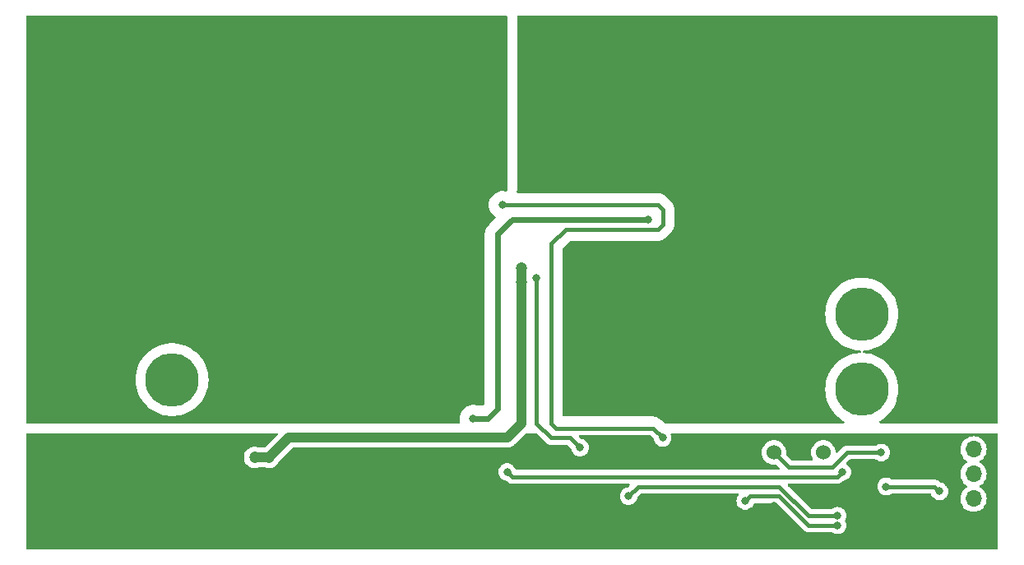
<source format=gbr>
%TF.GenerationSoftware,KiCad,Pcbnew,6.99.0-unknown-484fabf336~148~ubuntu20.04.1*%
%TF.CreationDate,2022-05-02T21:27:03+02:00*%
%TF.ProjectId,optimizer,6f707469-6d69-47a6-9572-2e6b69636164,rev?*%
%TF.SameCoordinates,Original*%
%TF.FileFunction,Copper,L2,Bot*%
%TF.FilePolarity,Positive*%
%FSLAX46Y46*%
G04 Gerber Fmt 4.6, Leading zero omitted, Abs format (unit mm)*
G04 Created by KiCad (PCBNEW 6.99.0-unknown-484fabf336~148~ubuntu20.04.1) date 2022-05-02 21:27:03*
%MOMM*%
%LPD*%
G01*
G04 APERTURE LIST*
%TA.AperFunction,ComponentPad*%
%ADD10C,5.500000*%
%TD*%
%TA.AperFunction,ComponentPad*%
%ADD11C,1.524000*%
%TD*%
%TA.AperFunction,ComponentPad*%
%ADD12R,1.700000X1.700000*%
%TD*%
%TA.AperFunction,ComponentPad*%
%ADD13O,1.700000X1.700000*%
%TD*%
%TA.AperFunction,ViaPad*%
%ADD14C,1.200000*%
%TD*%
%TA.AperFunction,ViaPad*%
%ADD15C,0.800000*%
%TD*%
%TA.AperFunction,Conductor*%
%ADD16C,1.000000*%
%TD*%
%TA.AperFunction,Conductor*%
%ADD17C,0.400000*%
%TD*%
%TA.AperFunction,Conductor*%
%ADD18C,0.600000*%
%TD*%
G04 APERTURE END LIST*
D10*
%TO.P,J5,1,Pin_1*%
%TO.N,/PWR_OUT*%
X125000000Y-114500000D03*
%TD*%
D11*
%TO.P,X1,1,SWDIO*%
%TO.N,Net-(U4-PA31/SWDIO)*%
X192040000Y-135000000D03*
%TO.P,X1,2,GND*%
%TO.N,GND*%
X189500000Y-135000000D03*
%TO.P,X1,3,SWCLK*%
%TO.N,Net-(U4-PA30/SWCLK)*%
X186960000Y-135000000D03*
%TD*%
D10*
%TO.P,J2,1,Pin_1*%
%TO.N,/PWR_IN*%
X196000000Y-120750000D03*
%TD*%
%TO.P,J4,1,Pin_1*%
%TO.N,/PWR_GND*%
X125000000Y-127500000D03*
%TD*%
D12*
%TO.P,J1,1,Pin_1*%
%TO.N,GND*%
X207499999Y-142299999D03*
D13*
%TO.P,J1,2,Pin_2*%
%TO.N,/TELEMETRY_1*%
X207499999Y-139759999D03*
%TO.P,J1,3,Pin_3*%
%TO.N,/TELEMETRY_2*%
X207499999Y-137219999D03*
%TO.P,J1,4,Pin_4*%
%TO.N,+3V3*%
X207499999Y-134679999D03*
%TD*%
D10*
%TO.P,J3,1,Pin_1*%
%TO.N,/PWR_GND*%
X196000000Y-128500000D03*
%TD*%
D14*
%TO.N,/PWR_PATH1*%
X178000000Y-104000000D03*
X178000000Y-101000000D03*
%TO.N,/PWR_OUT*%
X142000000Y-107000000D03*
X142000000Y-104000000D03*
X142000000Y-101000000D03*
%TO.N,/SWITCH_PATH1*%
X135000000Y-135500000D03*
X161000000Y-117500000D03*
X161000000Y-116000000D03*
X133500000Y-135500000D03*
D15*
%TO.N,GND*%
X162562500Y-135062500D03*
X119000000Y-134500000D03*
X112000000Y-134500000D03*
X121000000Y-134500000D03*
X174562500Y-135062500D03*
X191000000Y-139000000D03*
X168462500Y-142537500D03*
X187000000Y-140500000D03*
X120000000Y-134500000D03*
X180537500Y-142537500D03*
X205500000Y-142500000D03*
%TO.N,Net-(U4-PA28/~{RST})*%
X198500000Y-138500000D03*
X204000000Y-139000000D03*
%TO.N,/V_IN_SCALE*%
X172000000Y-139500000D03*
X193500000Y-141500000D03*
%TO.N,/V_OUT_SCALE*%
X193500000Y-142500000D03*
X184000000Y-140000000D03*
%TO.N,/SWITCH_PATH2*%
X174000000Y-111000000D03*
X156000000Y-131500000D03*
%TO.N,/GATE*%
X159500000Y-137000000D03*
X194000000Y-137000000D03*
%TO.N,Net-(U4-PA30/SWCLK)*%
X198000000Y-135000000D03*
%TO.N,/V_IN_FULL*%
X162500000Y-117000000D03*
X167000000Y-134500000D03*
D14*
%TO.N,/PWR_OUT*%
X118000000Y-92000000D03*
X133000000Y-98000000D03*
X145000000Y-92000000D03*
X121000000Y-98000000D03*
X157000000Y-92000000D03*
X151000000Y-107000000D03*
X118000000Y-101000000D03*
X148000000Y-92000000D03*
X154000000Y-92000000D03*
X127000000Y-101000000D03*
X130000000Y-92000000D03*
X121000000Y-101000000D03*
X124000000Y-98000000D03*
X127000000Y-104000000D03*
X115000000Y-107000000D03*
X121000000Y-92000000D03*
X157000000Y-95000000D03*
X112000000Y-92000000D03*
X157000000Y-104000000D03*
X136000000Y-92000000D03*
X139000000Y-92000000D03*
X142000000Y-95000000D03*
X151000000Y-98000000D03*
X115000000Y-95000000D03*
X154000000Y-98000000D03*
X151000000Y-104000000D03*
X139000000Y-98000000D03*
X112000000Y-95000000D03*
X115000000Y-104000000D03*
X145000000Y-95000000D03*
X124000000Y-107000000D03*
X127000000Y-98000000D03*
X136000000Y-95000000D03*
X124000000Y-92000000D03*
X145000000Y-101000000D03*
X139000000Y-95000000D03*
X157000000Y-98000000D03*
X127000000Y-95000000D03*
X154000000Y-95000000D03*
X118000000Y-95000000D03*
X127000000Y-107000000D03*
X112000000Y-104000000D03*
X121000000Y-107000000D03*
X118000000Y-107000000D03*
X112000000Y-107000000D03*
X118000000Y-98000000D03*
X157000000Y-101000000D03*
X121000000Y-95000000D03*
X112000000Y-98000000D03*
X130000000Y-95000000D03*
X154000000Y-101000000D03*
X115000000Y-92000000D03*
X133000000Y-95000000D03*
X151000000Y-92000000D03*
X142000000Y-98000000D03*
X121000000Y-104000000D03*
X124000000Y-104000000D03*
X133000000Y-92000000D03*
X112000000Y-101000000D03*
X142000000Y-92000000D03*
X148000000Y-98000000D03*
X151000000Y-101000000D03*
X145000000Y-107000000D03*
X148000000Y-101000000D03*
X148000000Y-107000000D03*
X157000000Y-107000000D03*
X154000000Y-107000000D03*
X136000000Y-98000000D03*
X130000000Y-98000000D03*
X124000000Y-101000000D03*
X145000000Y-98000000D03*
X151000000Y-95000000D03*
X115000000Y-98000000D03*
X118000000Y-104000000D03*
X148000000Y-104000000D03*
X124000000Y-95000000D03*
X148000000Y-95000000D03*
X154000000Y-104000000D03*
X145000000Y-104000000D03*
X115000000Y-101000000D03*
X127000000Y-92000000D03*
D15*
%TO.N,/V_OUT_FULL*%
X159000000Y-109500000D03*
X175500000Y-133500000D03*
D14*
%TO.N,/PWR_PATH1*%
X163000000Y-95000000D03*
X205000000Y-98000000D03*
X193000000Y-107000000D03*
X181000000Y-92000000D03*
X175000000Y-95000000D03*
X193000000Y-104000000D03*
X169000000Y-95000000D03*
X208000000Y-104000000D03*
X172000000Y-95000000D03*
X169000000Y-104000000D03*
X184000000Y-95000000D03*
X205000000Y-104000000D03*
X175000000Y-92000000D03*
X166000000Y-101000000D03*
X202000000Y-104000000D03*
X193000000Y-92000000D03*
X202000000Y-107000000D03*
X199000000Y-104000000D03*
X184000000Y-92000000D03*
X196000000Y-95000000D03*
X184000000Y-98000000D03*
X172000000Y-98000000D03*
X163000000Y-92000000D03*
X196000000Y-107000000D03*
X193000000Y-95000000D03*
X187000000Y-92000000D03*
X202000000Y-92000000D03*
X175000000Y-104000000D03*
X187000000Y-95000000D03*
X166000000Y-104000000D03*
X196000000Y-104000000D03*
X208000000Y-98000000D03*
X202000000Y-98000000D03*
X178000000Y-95000000D03*
X199000000Y-107000000D03*
X169000000Y-92000000D03*
X205000000Y-95000000D03*
X163000000Y-101000000D03*
X172000000Y-104000000D03*
X163000000Y-98000000D03*
X181000000Y-98000000D03*
X178000000Y-92000000D03*
X196000000Y-98000000D03*
X208000000Y-92000000D03*
X169000000Y-101000000D03*
X199000000Y-95000000D03*
X196000000Y-101000000D03*
X208000000Y-101000000D03*
X193000000Y-101000000D03*
X169000000Y-98000000D03*
X196000000Y-92000000D03*
X175000000Y-101000000D03*
X166000000Y-95000000D03*
X193000000Y-98000000D03*
X166000000Y-98000000D03*
X181000000Y-95000000D03*
X172000000Y-101000000D03*
X187000000Y-98000000D03*
X208000000Y-95000000D03*
X199000000Y-92000000D03*
X205000000Y-92000000D03*
X199000000Y-98000000D03*
X190000000Y-98000000D03*
X172000000Y-92000000D03*
X190000000Y-95000000D03*
X166000000Y-92000000D03*
X163000000Y-104000000D03*
X175000000Y-98000000D03*
X190000000Y-92000000D03*
X205000000Y-101000000D03*
X208000000Y-107000000D03*
X199000000Y-101000000D03*
X202000000Y-101000000D03*
X205000000Y-107000000D03*
X178000000Y-98000000D03*
X202000000Y-95000000D03*
%TD*%
D16*
%TO.N,/SWITCH_PATH1*%
X133500000Y-135500000D02*
X135000000Y-135500000D01*
X159500000Y-133500000D02*
X161000000Y-132000000D01*
X161000000Y-132000000D02*
X161000000Y-117500000D01*
X161000000Y-116000000D02*
X161000000Y-117500000D01*
X137000000Y-133500000D02*
X159500000Y-133500000D01*
X135000000Y-135500000D02*
X137000000Y-133500000D01*
D17*
%TO.N,Net-(U4-PA28/~{RST})*%
X204000000Y-139000000D02*
X203500000Y-138500000D01*
X203500000Y-138500000D02*
X198500000Y-138500000D01*
%TO.N,/V_IN_SCALE*%
X172000000Y-139500000D02*
X173000000Y-138500000D01*
X190500000Y-141500000D02*
X193500000Y-141500000D01*
X187500000Y-138500000D02*
X190500000Y-141500000D01*
X173000000Y-138500000D02*
X187500000Y-138500000D01*
%TO.N,/V_OUT_SCALE*%
X190500000Y-142500000D02*
X193500000Y-142500000D01*
X187500000Y-139500000D02*
X190500000Y-142500000D01*
X184500000Y-139500000D02*
X187500000Y-139500000D01*
X184000000Y-140000000D02*
X184500000Y-139500000D01*
D18*
%TO.N,/SWITCH_PATH2*%
X174000000Y-111000000D02*
X160000000Y-111000000D01*
X158500000Y-130500000D02*
X157500000Y-131500000D01*
X157500000Y-131500000D02*
X156000000Y-131500000D01*
X160000000Y-111000000D02*
X158500000Y-112500000D01*
X158500000Y-112500000D02*
X158500000Y-130500000D01*
D17*
%TO.N,/GATE*%
X159500000Y-137000000D02*
X160000000Y-137500000D01*
X160000000Y-137500000D02*
X193500000Y-137500000D01*
X193500000Y-137500000D02*
X194000000Y-137000000D01*
%TO.N,Net-(U4-PA30/SWCLK)*%
X188460000Y-136500000D02*
X186960000Y-135000000D01*
X193000000Y-136500000D02*
X188460000Y-136500000D01*
X198000000Y-135000000D02*
X194500000Y-135000000D01*
X194500000Y-135000000D02*
X193000000Y-136500000D01*
%TO.N,/V_IN_FULL*%
X166000000Y-133500000D02*
X167000000Y-134500000D01*
X162500000Y-132000000D02*
X164000000Y-133500000D01*
X162500000Y-117000000D02*
X162500000Y-132000000D01*
X164000000Y-133500000D02*
X166000000Y-133500000D01*
%TO.N,/V_OUT_FULL*%
X174500000Y-132500000D02*
X164500000Y-132500000D01*
X175500000Y-111500000D02*
X175500000Y-110000000D01*
X165500000Y-112000000D02*
X175000000Y-112000000D01*
X164000000Y-132000000D02*
X164000000Y-113500000D01*
X164000000Y-113500000D02*
X165500000Y-112000000D01*
X175500000Y-110000000D02*
X175000000Y-109500000D01*
X175000000Y-112000000D02*
X175500000Y-111500000D01*
X175500000Y-133500000D02*
X174500000Y-132500000D01*
X175000000Y-109500000D02*
X159000000Y-109500000D01*
X164500000Y-132500000D02*
X164000000Y-132000000D01*
%TD*%
%TA.AperFunction,Conductor*%
%TO.N,/PWR_OUT*%
G36*
X159442121Y-90021002D02*
G01*
X159488614Y-90074658D01*
X159500000Y-90127000D01*
X159500000Y-108015517D01*
X159479998Y-108083638D01*
X159426342Y-108130131D01*
X159356068Y-108140235D01*
X159347307Y-108138501D01*
X159344981Y-108137702D01*
X159339847Y-108136845D01*
X159339842Y-108136844D01*
X159121186Y-108100357D01*
X159121183Y-108100357D01*
X159116049Y-108099500D01*
X158883951Y-108099500D01*
X158878817Y-108100357D01*
X158878814Y-108100357D01*
X158660158Y-108136844D01*
X158660153Y-108136845D01*
X158655019Y-108137702D01*
X158435497Y-108213064D01*
X158430915Y-108215544D01*
X158430912Y-108215545D01*
X158316730Y-108277338D01*
X158231374Y-108323530D01*
X158048216Y-108466087D01*
X157891021Y-108636847D01*
X157888169Y-108641213D01*
X157888167Y-108641215D01*
X157801782Y-108773438D01*
X157764076Y-108831151D01*
X157670843Y-109043700D01*
X157613866Y-109268695D01*
X157613436Y-109273886D01*
X157613435Y-109273891D01*
X157596531Y-109477907D01*
X157594700Y-109500000D01*
X157595130Y-109505189D01*
X157603918Y-109611243D01*
X157613866Y-109731305D01*
X157670843Y-109956300D01*
X157764076Y-110168849D01*
X157766926Y-110173211D01*
X157766928Y-110173215D01*
X157888167Y-110358785D01*
X157891021Y-110363153D01*
X158048216Y-110533913D01*
X158231374Y-110676470D01*
X158246907Y-110684876D01*
X158297296Y-110734889D01*
X158312648Y-110804206D01*
X158288087Y-110870819D01*
X158276031Y-110884784D01*
X157660865Y-111499950D01*
X157660861Y-111499953D01*
X157499953Y-111660861D01*
X157496800Y-111665364D01*
X157470414Y-111703048D01*
X157463725Y-111711765D01*
X157430623Y-111751214D01*
X157404864Y-111795830D01*
X157398973Y-111805076D01*
X157369432Y-111847266D01*
X157347664Y-111893946D01*
X157342599Y-111903675D01*
X157316844Y-111948285D01*
X157314960Y-111953460D01*
X157314960Y-111953461D01*
X157299232Y-111996673D01*
X157295027Y-112006826D01*
X157273261Y-112053504D01*
X157271838Y-112058814D01*
X157271836Y-112058820D01*
X157259932Y-112103248D01*
X157256626Y-112113733D01*
X157240897Y-112156947D01*
X157240895Y-112156955D01*
X157239015Y-112162120D01*
X157238060Y-112167537D01*
X157230072Y-112212836D01*
X157227694Y-112223564D01*
X157214365Y-112273308D01*
X157213885Y-112278790D01*
X157213884Y-112278798D01*
X157209876Y-112324604D01*
X157208442Y-112335501D01*
X157201527Y-112374720D01*
X157199499Y-112386221D01*
X157199499Y-112613767D01*
X157199500Y-112613791D01*
X157199500Y-129909125D01*
X157179498Y-129977246D01*
X157162595Y-129998220D01*
X156998220Y-130162595D01*
X156935908Y-130196621D01*
X156909125Y-130199500D01*
X156546018Y-130199500D01*
X156505106Y-130192673D01*
X156417492Y-130162595D01*
X156344981Y-130137702D01*
X156339847Y-130136845D01*
X156339842Y-130136844D01*
X156121186Y-130100357D01*
X156121183Y-130100357D01*
X156116049Y-130099500D01*
X155883951Y-130099500D01*
X155878817Y-130100357D01*
X155878814Y-130100357D01*
X155660158Y-130136844D01*
X155660153Y-130136845D01*
X155655019Y-130137702D01*
X155435497Y-130213064D01*
X155430915Y-130215544D01*
X155430912Y-130215545D01*
X155316730Y-130277338D01*
X155231374Y-130323530D01*
X155048216Y-130466087D01*
X154891021Y-130636847D01*
X154888169Y-130641213D01*
X154888167Y-130641215D01*
X154858300Y-130686931D01*
X154764076Y-130831151D01*
X154670843Y-131043700D01*
X154669565Y-131048749D01*
X154669563Y-131048753D01*
X154618555Y-131250177D01*
X154613866Y-131268695D01*
X154613436Y-131273886D01*
X154613435Y-131273891D01*
X154604770Y-131378473D01*
X154594700Y-131500000D01*
X154613866Y-131731305D01*
X154615147Y-131736363D01*
X154615147Y-131736364D01*
X154642042Y-131842569D01*
X154639375Y-131913515D01*
X154598775Y-131971757D01*
X154533132Y-131998803D01*
X154519898Y-131999500D01*
X137100983Y-131999500D01*
X137085397Y-131998532D01*
X137062221Y-131995643D01*
X137057019Y-131995858D01*
X137057014Y-131995858D01*
X136971585Y-131999392D01*
X136966378Y-131999500D01*
X136937933Y-131999500D01*
X136935330Y-131999716D01*
X136932740Y-131999823D01*
X136932737Y-131999750D01*
X136926693Y-132000000D01*
X110127000Y-132000000D01*
X110058879Y-131979998D01*
X110012386Y-131926342D01*
X110001000Y-131874000D01*
X110001000Y-127500000D01*
X121244680Y-127500000D01*
X121263947Y-127879919D01*
X121321552Y-128255940D01*
X121416902Y-128624204D01*
X121549019Y-128980932D01*
X121716549Y-129322464D01*
X121917771Y-129645295D01*
X121919723Y-129647816D01*
X121919728Y-129647824D01*
X122097764Y-129877827D01*
X122150620Y-129946112D01*
X122412709Y-130221829D01*
X122701346Y-130469616D01*
X123013571Y-130686931D01*
X123346179Y-130871543D01*
X123695758Y-131021559D01*
X123698791Y-131022510D01*
X123698792Y-131022511D01*
X124055687Y-131134488D01*
X124055698Y-131134491D01*
X124058720Y-131135439D01*
X124431340Y-131212015D01*
X124434503Y-131212337D01*
X124434512Y-131212338D01*
X124806617Y-131250177D01*
X124806622Y-131250177D01*
X124809796Y-131250500D01*
X125190204Y-131250500D01*
X125193378Y-131250177D01*
X125193383Y-131250177D01*
X125565488Y-131212338D01*
X125565497Y-131212337D01*
X125568660Y-131212015D01*
X125941280Y-131135439D01*
X125944302Y-131134491D01*
X125944313Y-131134488D01*
X126301208Y-131022511D01*
X126301209Y-131022510D01*
X126304242Y-131021559D01*
X126653821Y-130871543D01*
X126986429Y-130686931D01*
X127298654Y-130469616D01*
X127587291Y-130221829D01*
X127849380Y-129946112D01*
X127902236Y-129877827D01*
X128080272Y-129647824D01*
X128080277Y-129647816D01*
X128082229Y-129645295D01*
X128283451Y-129322464D01*
X128450981Y-128980932D01*
X128583098Y-128624204D01*
X128678448Y-128255940D01*
X128736053Y-127879919D01*
X128755320Y-127500000D01*
X128736053Y-127120081D01*
X128678448Y-126744060D01*
X128583098Y-126375796D01*
X128450981Y-126019068D01*
X128283451Y-125677536D01*
X128082229Y-125354705D01*
X128080277Y-125352184D01*
X128080272Y-125352176D01*
X127851332Y-125056410D01*
X127849380Y-125053888D01*
X127587291Y-124778171D01*
X127298654Y-124530384D01*
X126986429Y-124313069D01*
X126653821Y-124128457D01*
X126304242Y-123978441D01*
X126301208Y-123977489D01*
X125944313Y-123865512D01*
X125944302Y-123865509D01*
X125941280Y-123864561D01*
X125568660Y-123787985D01*
X125565497Y-123787663D01*
X125565488Y-123787662D01*
X125193383Y-123749823D01*
X125193378Y-123749823D01*
X125190204Y-123749500D01*
X124809796Y-123749500D01*
X124806622Y-123749823D01*
X124806617Y-123749823D01*
X124434512Y-123787662D01*
X124434503Y-123787663D01*
X124431340Y-123787985D01*
X124058720Y-123864561D01*
X124055698Y-123865509D01*
X124055687Y-123865512D01*
X123698792Y-123977489D01*
X123695758Y-123978441D01*
X123346179Y-124128457D01*
X123013571Y-124313069D01*
X122701346Y-124530384D01*
X122412709Y-124778171D01*
X122150620Y-125053888D01*
X122148668Y-125056410D01*
X121919728Y-125352176D01*
X121919723Y-125352184D01*
X121917771Y-125354705D01*
X121716549Y-125677536D01*
X121549019Y-126019068D01*
X121416902Y-126375796D01*
X121321552Y-126744060D01*
X121263947Y-127120081D01*
X121244680Y-127500000D01*
X110001000Y-127500000D01*
X110001000Y-90127000D01*
X110021002Y-90058879D01*
X110074658Y-90012386D01*
X110127000Y-90001000D01*
X159374000Y-90001000D01*
X159442121Y-90021002D01*
G37*
%TD.AperFunction*%
%TD*%
%TA.AperFunction,Conductor*%
%TO.N,GND*%
G36*
X162525274Y-133020002D02*
G01*
X162546248Y-133036905D01*
X163487007Y-133977664D01*
X163492225Y-133983206D01*
X163532071Y-134028183D01*
X163581542Y-134062330D01*
X163587639Y-134066817D01*
X163634943Y-134103877D01*
X163644014Y-134107959D01*
X163663877Y-134119163D01*
X163665796Y-134120488D01*
X163665800Y-134120490D01*
X163672070Y-134124818D01*
X163679192Y-134127519D01*
X163679196Y-134127521D01*
X163728252Y-134146124D01*
X163735289Y-134149039D01*
X163783115Y-134170565D01*
X163783118Y-134170566D01*
X163790068Y-134173694D01*
X163797562Y-134175067D01*
X163797564Y-134175068D01*
X163798538Y-134175246D01*
X163799856Y-134175488D01*
X163821828Y-134181613D01*
X163831128Y-134185140D01*
X163853118Y-134187810D01*
X163890771Y-134192382D01*
X163898295Y-134193527D01*
X163936347Y-134200500D01*
X163957394Y-134204357D01*
X163965001Y-134203897D01*
X163965003Y-134203897D01*
X164017358Y-134200730D01*
X164024965Y-134200500D01*
X165657652Y-134200500D01*
X165725773Y-134220502D01*
X165746747Y-134237404D01*
X166072995Y-134563651D01*
X166107020Y-134625964D01*
X166109209Y-134639574D01*
X166114326Y-134688256D01*
X166172821Y-134868284D01*
X166176124Y-134874006D01*
X166176125Y-134874007D01*
X166204638Y-134923393D01*
X166267467Y-135032216D01*
X166271885Y-135037123D01*
X166271886Y-135037124D01*
X166367815Y-135143663D01*
X166394129Y-135172888D01*
X166547270Y-135284151D01*
X166720197Y-135361144D01*
X166818212Y-135381978D01*
X166898897Y-135399128D01*
X166898901Y-135399128D01*
X166905354Y-135400500D01*
X167094646Y-135400500D01*
X167101099Y-135399128D01*
X167101103Y-135399128D01*
X167181788Y-135381978D01*
X167279803Y-135361144D01*
X167452730Y-135284151D01*
X167605871Y-135172888D01*
X167632186Y-135143663D01*
X167728114Y-135037124D01*
X167728115Y-135037123D01*
X167732533Y-135032216D01*
X167795362Y-134923393D01*
X167823875Y-134874007D01*
X167823876Y-134874006D01*
X167827179Y-134868284D01*
X167885674Y-134688256D01*
X167891617Y-134631716D01*
X167904770Y-134506565D01*
X167905460Y-134500000D01*
X167901558Y-134462876D01*
X167886364Y-134318307D01*
X167886364Y-134318305D01*
X167885674Y-134311744D01*
X167827179Y-134131716D01*
X167823197Y-134124818D01*
X167735836Y-133973505D01*
X167732533Y-133967784D01*
X167642943Y-133868284D01*
X167610286Y-133832015D01*
X167610284Y-133832014D01*
X167605871Y-133827112D01*
X167575029Y-133804704D01*
X167458072Y-133719730D01*
X167458071Y-133719729D01*
X167452730Y-133715849D01*
X167279803Y-133638856D01*
X167273342Y-133637483D01*
X167273340Y-133637482D01*
X167125452Y-133606048D01*
X167062553Y-133571896D01*
X166906252Y-133415595D01*
X166872226Y-133353283D01*
X166877291Y-133282468D01*
X166919838Y-133225632D01*
X166986358Y-133200821D01*
X166995347Y-133200500D01*
X174157652Y-133200500D01*
X174225773Y-133220502D01*
X174246747Y-133237404D01*
X174572995Y-133563651D01*
X174607020Y-133625964D01*
X174609209Y-133639574D01*
X174614326Y-133688256D01*
X174672821Y-133868284D01*
X174767467Y-134032216D01*
X174771885Y-134037123D01*
X174771886Y-134037124D01*
X174870031Y-134146124D01*
X174894129Y-134172888D01*
X174899468Y-134176767D01*
X175040734Y-134279402D01*
X175047270Y-134284151D01*
X175220197Y-134361144D01*
X175312846Y-134380837D01*
X175398897Y-134399128D01*
X175398901Y-134399128D01*
X175405354Y-134400500D01*
X175594646Y-134400500D01*
X175601099Y-134399128D01*
X175601103Y-134399128D01*
X175687154Y-134380837D01*
X175779803Y-134361144D01*
X175952730Y-134284151D01*
X175959267Y-134279402D01*
X176100532Y-134176767D01*
X176105871Y-134172888D01*
X176129970Y-134146124D01*
X176228114Y-134037124D01*
X176228115Y-134037123D01*
X176232533Y-134032216D01*
X176327179Y-133868284D01*
X176385674Y-133688256D01*
X176390584Y-133641545D01*
X176404770Y-133506565D01*
X176405460Y-133500000D01*
X176389112Y-133344458D01*
X176386364Y-133318307D01*
X176386364Y-133318305D01*
X176385674Y-133311744D01*
X176356058Y-133220595D01*
X176337973Y-133164936D01*
X176335945Y-133093969D01*
X176372608Y-133033171D01*
X176436320Y-133001845D01*
X176457806Y-133000000D01*
X209873000Y-133000000D01*
X209941121Y-133020002D01*
X209987614Y-133073658D01*
X209999000Y-133126000D01*
X209999000Y-144873000D01*
X209978998Y-144941121D01*
X209925342Y-144987614D01*
X209873000Y-144999000D01*
X110127000Y-144999000D01*
X110058879Y-144978998D01*
X110012386Y-144925342D01*
X110001000Y-144873000D01*
X110001000Y-137000000D01*
X158594540Y-137000000D01*
X158614326Y-137188256D01*
X158672821Y-137368284D01*
X158767467Y-137532216D01*
X158771885Y-137537123D01*
X158771886Y-137537124D01*
X158865908Y-137641545D01*
X158894129Y-137672888D01*
X159047270Y-137784151D01*
X159220197Y-137861144D01*
X159226658Y-137862517D01*
X159226660Y-137862518D01*
X159286241Y-137875182D01*
X159365553Y-137892040D01*
X159374548Y-137893952D01*
X159437447Y-137928104D01*
X159487007Y-137977664D01*
X159492225Y-137983206D01*
X159532071Y-138028183D01*
X159538343Y-138032512D01*
X159538345Y-138032514D01*
X159581518Y-138062314D01*
X159587648Y-138066825D01*
X159628941Y-138099176D01*
X159628947Y-138099180D01*
X159634944Y-138103878D01*
X159644016Y-138107961D01*
X159663878Y-138119163D01*
X159672070Y-138124818D01*
X159728241Y-138146121D01*
X159728249Y-138146124D01*
X159735274Y-138149034D01*
X159790069Y-138173695D01*
X159799862Y-138175489D01*
X159821829Y-138181613D01*
X159831128Y-138185140D01*
X159838696Y-138186059D01*
X159890764Y-138192382D01*
X159898285Y-138193527D01*
X159949894Y-138202984D01*
X159949897Y-138202984D01*
X159957394Y-138204358D01*
X159965000Y-138203898D01*
X159965002Y-138203898D01*
X160017367Y-138200730D01*
X160024975Y-138200500D01*
X172004652Y-138200500D01*
X172072773Y-138220502D01*
X172119266Y-138274158D01*
X172129370Y-138344432D01*
X172099876Y-138409012D01*
X172093747Y-138415595D01*
X171937446Y-138571896D01*
X171874548Y-138606048D01*
X171720197Y-138638856D01*
X171547270Y-138715849D01*
X171394129Y-138827112D01*
X171389716Y-138832014D01*
X171389714Y-138832015D01*
X171334703Y-138893111D01*
X171267467Y-138967784D01*
X171172821Y-139131716D01*
X171114326Y-139311744D01*
X171113636Y-139318305D01*
X171113636Y-139318307D01*
X171103914Y-139410811D01*
X171094540Y-139500000D01*
X171095230Y-139506565D01*
X171108384Y-139631716D01*
X171114326Y-139688256D01*
X171172821Y-139868284D01*
X171267467Y-140032216D01*
X171394129Y-140172888D01*
X171547270Y-140284151D01*
X171720197Y-140361144D01*
X171818212Y-140381978D01*
X171898897Y-140399128D01*
X171898901Y-140399128D01*
X171905354Y-140400500D01*
X172094646Y-140400500D01*
X172101099Y-140399128D01*
X172101103Y-140399128D01*
X172181788Y-140381978D01*
X172279803Y-140361144D01*
X172452730Y-140284151D01*
X172605871Y-140172888D01*
X172732533Y-140032216D01*
X172827179Y-139868284D01*
X172885674Y-139688256D01*
X172890790Y-139639578D01*
X172917803Y-139573921D01*
X172927004Y-139563653D01*
X173079846Y-139410811D01*
X173253251Y-139237405D01*
X173315564Y-139203380D01*
X173342347Y-139200500D01*
X183225130Y-139200500D01*
X183293251Y-139220502D01*
X183339744Y-139274158D01*
X183349848Y-139344432D01*
X183318766Y-139410811D01*
X183267467Y-139467784D01*
X183172821Y-139631716D01*
X183114326Y-139811744D01*
X183113636Y-139818305D01*
X183113636Y-139818307D01*
X183095899Y-139987074D01*
X183094540Y-140000000D01*
X183114326Y-140188256D01*
X183172821Y-140368284D01*
X183267467Y-140532216D01*
X183271885Y-140537123D01*
X183271886Y-140537124D01*
X183365908Y-140641545D01*
X183394129Y-140672888D01*
X183399468Y-140676767D01*
X183540866Y-140779498D01*
X183547270Y-140784151D01*
X183720197Y-140861144D01*
X183818212Y-140881978D01*
X183898897Y-140899128D01*
X183898901Y-140899128D01*
X183905354Y-140900500D01*
X184094646Y-140900500D01*
X184101099Y-140899128D01*
X184101103Y-140899128D01*
X184181788Y-140881978D01*
X184279803Y-140861144D01*
X184452730Y-140784151D01*
X184459135Y-140779498D01*
X184600532Y-140676767D01*
X184605871Y-140672888D01*
X184634093Y-140641545D01*
X184728114Y-140537124D01*
X184728115Y-140537123D01*
X184732533Y-140532216D01*
X184827179Y-140368284D01*
X184853407Y-140287564D01*
X184893481Y-140228958D01*
X184958877Y-140201321D01*
X184973240Y-140200500D01*
X187157653Y-140200500D01*
X187225774Y-140220502D01*
X187246748Y-140237405D01*
X189987007Y-142977664D01*
X189992225Y-142983206D01*
X190032071Y-143028183D01*
X190038343Y-143032512D01*
X190038345Y-143032514D01*
X190081518Y-143062314D01*
X190087648Y-143066825D01*
X190128941Y-143099176D01*
X190128947Y-143099180D01*
X190134944Y-143103878D01*
X190144016Y-143107961D01*
X190163878Y-143119163D01*
X190172070Y-143124818D01*
X190228249Y-143146124D01*
X190235282Y-143149037D01*
X190290069Y-143173695D01*
X190299862Y-143175489D01*
X190321829Y-143181613D01*
X190331128Y-143185140D01*
X190338696Y-143186059D01*
X190390764Y-143192382D01*
X190398285Y-143193527D01*
X190449894Y-143202984D01*
X190449897Y-143202984D01*
X190457394Y-143204358D01*
X190465000Y-143203898D01*
X190465002Y-143203898D01*
X190517367Y-143200730D01*
X190524975Y-143200500D01*
X192891194Y-143200500D01*
X192965256Y-143224564D01*
X193047270Y-143284151D01*
X193220197Y-143361144D01*
X193318212Y-143381978D01*
X193398897Y-143399128D01*
X193398901Y-143399128D01*
X193405354Y-143400500D01*
X193594646Y-143400500D01*
X193601099Y-143399128D01*
X193601103Y-143399128D01*
X193681788Y-143381978D01*
X193779803Y-143361144D01*
X193952730Y-143284151D01*
X194105871Y-143172888D01*
X194129970Y-143146124D01*
X194228114Y-143037124D01*
X194228115Y-143037123D01*
X194232533Y-143032216D01*
X194327179Y-142868284D01*
X194385674Y-142688256D01*
X194405460Y-142500000D01*
X194385674Y-142311744D01*
X194327179Y-142131716D01*
X194287506Y-142063000D01*
X194270768Y-141994004D01*
X194287506Y-141937000D01*
X194323875Y-141874007D01*
X194323876Y-141874006D01*
X194327179Y-141868284D01*
X194385674Y-141688256D01*
X194405460Y-141500000D01*
X194385674Y-141311744D01*
X194327179Y-141131716D01*
X194306018Y-141095063D01*
X194235836Y-140973505D01*
X194232533Y-140967784D01*
X194136514Y-140861144D01*
X194110286Y-140832015D01*
X194110284Y-140832014D01*
X194105871Y-140827112D01*
X193952730Y-140715849D01*
X193779803Y-140638856D01*
X193681788Y-140618022D01*
X193601103Y-140600872D01*
X193601099Y-140600872D01*
X193594646Y-140599500D01*
X193405354Y-140599500D01*
X193398901Y-140600872D01*
X193398897Y-140600872D01*
X193318212Y-140618022D01*
X193220197Y-140638856D01*
X193047270Y-140715849D01*
X193041929Y-140719729D01*
X193041928Y-140719730D01*
X192965255Y-140775436D01*
X192891194Y-140799500D01*
X190842347Y-140799500D01*
X190774226Y-140779498D01*
X190753252Y-140762595D01*
X188490657Y-138500000D01*
X197594540Y-138500000D01*
X197595230Y-138506565D01*
X197609417Y-138641545D01*
X197614326Y-138688256D01*
X197672821Y-138868284D01*
X197767467Y-139032216D01*
X197771885Y-139037123D01*
X197771886Y-139037124D01*
X197862717Y-139138001D01*
X197894129Y-139172888D01*
X198047270Y-139284151D01*
X198220197Y-139361144D01*
X198318212Y-139381978D01*
X198398897Y-139399128D01*
X198398901Y-139399128D01*
X198405354Y-139400500D01*
X198594646Y-139400500D01*
X198601099Y-139399128D01*
X198601103Y-139399128D01*
X198681788Y-139381978D01*
X198779803Y-139361144D01*
X198952730Y-139284151D01*
X199034744Y-139224564D01*
X199108806Y-139200500D01*
X203026760Y-139200500D01*
X203094881Y-139220502D01*
X203141374Y-139274158D01*
X203146593Y-139287564D01*
X203172821Y-139368284D01*
X203267467Y-139532216D01*
X203271885Y-139537123D01*
X203271886Y-139537124D01*
X203362717Y-139638001D01*
X203394129Y-139672888D01*
X203399468Y-139676767D01*
X203521565Y-139765475D01*
X203547270Y-139784151D01*
X203720197Y-139861144D01*
X203818212Y-139881978D01*
X203898897Y-139899128D01*
X203898901Y-139899128D01*
X203905354Y-139900500D01*
X204094646Y-139900500D01*
X204101099Y-139899128D01*
X204101103Y-139899128D01*
X204181788Y-139881978D01*
X204279803Y-139861144D01*
X204452730Y-139784151D01*
X204478436Y-139765475D01*
X204485972Y-139760000D01*
X206144341Y-139760000D01*
X206164937Y-139995408D01*
X206166361Y-140000722D01*
X206166361Y-140000723D01*
X206220111Y-140201321D01*
X206226097Y-140223663D01*
X206228419Y-140228644D01*
X206228420Y-140228645D01*
X206323639Y-140432843D01*
X206323642Y-140432848D01*
X206325965Y-140437830D01*
X206329121Y-140442337D01*
X206329122Y-140442339D01*
X206439168Y-140599500D01*
X206461505Y-140631401D01*
X206628599Y-140798495D01*
X206633107Y-140801652D01*
X206633110Y-140801654D01*
X206774277Y-140900500D01*
X206822170Y-140934035D01*
X206827152Y-140936358D01*
X206827157Y-140936361D01*
X206906813Y-140973505D01*
X207036337Y-141033903D01*
X207041645Y-141035325D01*
X207041647Y-141035326D01*
X207259277Y-141093639D01*
X207264592Y-141095063D01*
X207500000Y-141115659D01*
X207735408Y-141095063D01*
X207740723Y-141093639D01*
X207958353Y-141035326D01*
X207958355Y-141035325D01*
X207963663Y-141033903D01*
X208093187Y-140973505D01*
X208172843Y-140936361D01*
X208172848Y-140936358D01*
X208177830Y-140934035D01*
X208225723Y-140900500D01*
X208366890Y-140801654D01*
X208366893Y-140801652D01*
X208371401Y-140798495D01*
X208538495Y-140631401D01*
X208560833Y-140599500D01*
X208670878Y-140442339D01*
X208670879Y-140442337D01*
X208674035Y-140437830D01*
X208676358Y-140432848D01*
X208676361Y-140432843D01*
X208771580Y-140228645D01*
X208771581Y-140228644D01*
X208773903Y-140223663D01*
X208779890Y-140201321D01*
X208833639Y-140000723D01*
X208833639Y-140000722D01*
X208835063Y-139995408D01*
X208855659Y-139760000D01*
X208835063Y-139524592D01*
X208826715Y-139493435D01*
X208775326Y-139301647D01*
X208775325Y-139301645D01*
X208773903Y-139296337D01*
X208763561Y-139274158D01*
X208676358Y-139087152D01*
X208676356Y-139087149D01*
X208674035Y-139082171D01*
X208538495Y-138888599D01*
X208371401Y-138721505D01*
X208366893Y-138718348D01*
X208366890Y-138718346D01*
X208197160Y-138599500D01*
X208188181Y-138593213D01*
X208143853Y-138537756D01*
X208136544Y-138467137D01*
X208168575Y-138403776D01*
X208188181Y-138386787D01*
X208366890Y-138261654D01*
X208366893Y-138261652D01*
X208371401Y-138258495D01*
X208538495Y-138091401D01*
X208555702Y-138066828D01*
X208670878Y-137902339D01*
X208670879Y-137902337D01*
X208674035Y-137897830D01*
X208676358Y-137892848D01*
X208676361Y-137892843D01*
X208771580Y-137688645D01*
X208771581Y-137688644D01*
X208773903Y-137683663D01*
X208785189Y-137641545D01*
X208833639Y-137460723D01*
X208833639Y-137460722D01*
X208835063Y-137455408D01*
X208855659Y-137220000D01*
X208835063Y-136984592D01*
X208787067Y-136805466D01*
X208775326Y-136761647D01*
X208775325Y-136761645D01*
X208773903Y-136756337D01*
X208755808Y-136717532D01*
X208676358Y-136547152D01*
X208676356Y-136547149D01*
X208674035Y-136542171D01*
X208538495Y-136348599D01*
X208371401Y-136181505D01*
X208366893Y-136178348D01*
X208366890Y-136178346D01*
X208239408Y-136089082D01*
X208188181Y-136053213D01*
X208143853Y-135997756D01*
X208136544Y-135927137D01*
X208168575Y-135863776D01*
X208188181Y-135846787D01*
X208366890Y-135721654D01*
X208366893Y-135721652D01*
X208371401Y-135718495D01*
X208538495Y-135551401D01*
X208551929Y-135532216D01*
X208670878Y-135362339D01*
X208670879Y-135362337D01*
X208674035Y-135357830D01*
X208676358Y-135352848D01*
X208676361Y-135352843D01*
X208771580Y-135148645D01*
X208771581Y-135148644D01*
X208773903Y-135143663D01*
X208785402Y-135100750D01*
X208833639Y-134920723D01*
X208833639Y-134920722D01*
X208835063Y-134915408D01*
X208855659Y-134680000D01*
X208835063Y-134444592D01*
X208832002Y-134433169D01*
X208775326Y-134221647D01*
X208775325Y-134221645D01*
X208773903Y-134216337D01*
X208766518Y-134200500D01*
X208676358Y-134007152D01*
X208676356Y-134007149D01*
X208674035Y-134002171D01*
X208538495Y-133808599D01*
X208371401Y-133641505D01*
X208366893Y-133638348D01*
X208366890Y-133638346D01*
X208182339Y-133509122D01*
X208182336Y-133509120D01*
X208177830Y-133505965D01*
X208172848Y-133503642D01*
X208172843Y-133503639D01*
X207968645Y-133408420D01*
X207968644Y-133408419D01*
X207963663Y-133406097D01*
X207958355Y-133404675D01*
X207958353Y-133404674D01*
X207740723Y-133346361D01*
X207740722Y-133346361D01*
X207735408Y-133344937D01*
X207500000Y-133324341D01*
X207264592Y-133344937D01*
X207259278Y-133346361D01*
X207259277Y-133346361D01*
X207041647Y-133404674D01*
X207041645Y-133404675D01*
X207036337Y-133406097D01*
X207031357Y-133408419D01*
X207031355Y-133408420D01*
X206827152Y-133503642D01*
X206827149Y-133503644D01*
X206822171Y-133505965D01*
X206628599Y-133641505D01*
X206461505Y-133808599D01*
X206325965Y-134002171D01*
X206323644Y-134007149D01*
X206323642Y-134007152D01*
X206233482Y-134200500D01*
X206226097Y-134216337D01*
X206224675Y-134221645D01*
X206224674Y-134221647D01*
X206167998Y-134433169D01*
X206164937Y-134444592D01*
X206144341Y-134680000D01*
X206164937Y-134915408D01*
X206166361Y-134920722D01*
X206166361Y-134920723D01*
X206214599Y-135100750D01*
X206226097Y-135143663D01*
X206228419Y-135148644D01*
X206228420Y-135148645D01*
X206323639Y-135352843D01*
X206323642Y-135352848D01*
X206325965Y-135357830D01*
X206329121Y-135362337D01*
X206329122Y-135362339D01*
X206448072Y-135532216D01*
X206461505Y-135551401D01*
X206628599Y-135718495D01*
X206633107Y-135721652D01*
X206633110Y-135721654D01*
X206811820Y-135846788D01*
X206856148Y-135902245D01*
X206863457Y-135972865D01*
X206831426Y-136036225D01*
X206811822Y-136053211D01*
X206628599Y-136181505D01*
X206461505Y-136348599D01*
X206325965Y-136542171D01*
X206323644Y-136547149D01*
X206323642Y-136547152D01*
X206244192Y-136717532D01*
X206226097Y-136756337D01*
X206224675Y-136761645D01*
X206224674Y-136761647D01*
X206212933Y-136805466D01*
X206164937Y-136984592D01*
X206144341Y-137220000D01*
X206164937Y-137455408D01*
X206166361Y-137460722D01*
X206166361Y-137460723D01*
X206214812Y-137641545D01*
X206226097Y-137683663D01*
X206228419Y-137688644D01*
X206228420Y-137688645D01*
X206323639Y-137892843D01*
X206323642Y-137892848D01*
X206325965Y-137897830D01*
X206329121Y-137902337D01*
X206329122Y-137902339D01*
X206444299Y-138066828D01*
X206461505Y-138091401D01*
X206628599Y-138258495D01*
X206633107Y-138261652D01*
X206633110Y-138261654D01*
X206811820Y-138386788D01*
X206856148Y-138442245D01*
X206863457Y-138512865D01*
X206831426Y-138576225D01*
X206811822Y-138593211D01*
X206628599Y-138721505D01*
X206461505Y-138888599D01*
X206325965Y-139082171D01*
X206323644Y-139087149D01*
X206323642Y-139087152D01*
X206236439Y-139274158D01*
X206226097Y-139296337D01*
X206224675Y-139301645D01*
X206224674Y-139301647D01*
X206173285Y-139493435D01*
X206164937Y-139524592D01*
X206144341Y-139760000D01*
X204485972Y-139760000D01*
X204600532Y-139676767D01*
X204605871Y-139672888D01*
X204637284Y-139638001D01*
X204728114Y-139537124D01*
X204728115Y-139537123D01*
X204732533Y-139532216D01*
X204827179Y-139368284D01*
X204885674Y-139188256D01*
X204891617Y-139131716D01*
X204904770Y-139006565D01*
X204905460Y-139000000D01*
X204892218Y-138874007D01*
X204886364Y-138818307D01*
X204886364Y-138818305D01*
X204885674Y-138811744D01*
X204827179Y-138631716D01*
X204758561Y-138512865D01*
X204735836Y-138473505D01*
X204732533Y-138467784D01*
X204685542Y-138415595D01*
X204610286Y-138332015D01*
X204610284Y-138332014D01*
X204605871Y-138327112D01*
X204532986Y-138274158D01*
X204458072Y-138219730D01*
X204458071Y-138219729D01*
X204452730Y-138215849D01*
X204279803Y-138138856D01*
X204273342Y-138137483D01*
X204273340Y-138137482D01*
X204144546Y-138110107D01*
X204125452Y-138106048D01*
X204062553Y-138071896D01*
X204012993Y-138022336D01*
X204007775Y-138016794D01*
X204006517Y-138015375D01*
X203967929Y-137971817D01*
X203918478Y-137937683D01*
X203912349Y-137933172D01*
X203871062Y-137900826D01*
X203871059Y-137900824D01*
X203865057Y-137896122D01*
X203855984Y-137892039D01*
X203836122Y-137880836D01*
X203834201Y-137879510D01*
X203834198Y-137879509D01*
X203827930Y-137875182D01*
X203771757Y-137853879D01*
X203764749Y-137850976D01*
X203709932Y-137826305D01*
X203700137Y-137824510D01*
X203678174Y-137818387D01*
X203668872Y-137814860D01*
X203609248Y-137807621D01*
X203601730Y-137806477D01*
X203542606Y-137795642D01*
X203535000Y-137796102D01*
X203534999Y-137796102D01*
X203482633Y-137799270D01*
X203475025Y-137799500D01*
X199108806Y-137799500D01*
X199034745Y-137775436D01*
X198958072Y-137719730D01*
X198958071Y-137719729D01*
X198952730Y-137715849D01*
X198779803Y-137638856D01*
X198681788Y-137618022D01*
X198601103Y-137600872D01*
X198601099Y-137600872D01*
X198594646Y-137599500D01*
X198405354Y-137599500D01*
X198398901Y-137600872D01*
X198398897Y-137600872D01*
X198318212Y-137618022D01*
X198220197Y-137638856D01*
X198047270Y-137715849D01*
X198041929Y-137719729D01*
X198041928Y-137719730D01*
X197906141Y-137818385D01*
X197894129Y-137827112D01*
X197889716Y-137832014D01*
X197889714Y-137832015D01*
X197839900Y-137887339D01*
X197767467Y-137967784D01*
X197764164Y-137973505D01*
X197676804Y-138124818D01*
X197672821Y-138131716D01*
X197614326Y-138311744D01*
X197594540Y-138500000D01*
X188490657Y-138500000D01*
X188406252Y-138415595D01*
X188372226Y-138353283D01*
X188377291Y-138282468D01*
X188419838Y-138225632D01*
X188486358Y-138200821D01*
X188495347Y-138200500D01*
X193475025Y-138200500D01*
X193482633Y-138200730D01*
X193534999Y-138203898D01*
X193535000Y-138203898D01*
X193542606Y-138204358D01*
X193601730Y-138193523D01*
X193609248Y-138192379D01*
X193668872Y-138185140D01*
X193678174Y-138181613D01*
X193700137Y-138175490D01*
X193709932Y-138173695D01*
X193764749Y-138149024D01*
X193771758Y-138146121D01*
X193820805Y-138127520D01*
X193820804Y-138127520D01*
X193827930Y-138124818D01*
X193834198Y-138120491D01*
X193834201Y-138120490D01*
X193836122Y-138119164D01*
X193855984Y-138107961D01*
X193865057Y-138103878D01*
X193871059Y-138099176D01*
X193871062Y-138099174D01*
X193912349Y-138066828D01*
X193918478Y-138062317D01*
X193961659Y-138032511D01*
X193967929Y-138028183D01*
X194007775Y-137983206D01*
X194012993Y-137977664D01*
X194062553Y-137928104D01*
X194125452Y-137893952D01*
X194134448Y-137892040D01*
X194213759Y-137875182D01*
X194273340Y-137862518D01*
X194273342Y-137862517D01*
X194279803Y-137861144D01*
X194452730Y-137784151D01*
X194605871Y-137672888D01*
X194634093Y-137641545D01*
X194728114Y-137537124D01*
X194728115Y-137537123D01*
X194732533Y-137532216D01*
X194827179Y-137368284D01*
X194885674Y-137188256D01*
X194905460Y-137000000D01*
X194885674Y-136811744D01*
X194827179Y-136631716D01*
X194809157Y-136600500D01*
X194735836Y-136473505D01*
X194732533Y-136467784D01*
X194658037Y-136385048D01*
X194610286Y-136332015D01*
X194610284Y-136332014D01*
X194605871Y-136327112D01*
X194469029Y-136227691D01*
X194425676Y-136171470D01*
X194419601Y-136100734D01*
X194453996Y-136036661D01*
X194753252Y-135737405D01*
X194815564Y-135703379D01*
X194842347Y-135700500D01*
X197391194Y-135700500D01*
X197465255Y-135724564D01*
X197541928Y-135780270D01*
X197547270Y-135784151D01*
X197720197Y-135861144D01*
X197818212Y-135881978D01*
X197898897Y-135899128D01*
X197898901Y-135899128D01*
X197905354Y-135900500D01*
X198094646Y-135900500D01*
X198101099Y-135899128D01*
X198101103Y-135899128D01*
X198181788Y-135881978D01*
X198279803Y-135861144D01*
X198452730Y-135784151D01*
X198459135Y-135779498D01*
X198600532Y-135676767D01*
X198605871Y-135672888D01*
X198637131Y-135638171D01*
X198728114Y-135537124D01*
X198728115Y-135537123D01*
X198732533Y-135532216D01*
X198786679Y-135438432D01*
X198823875Y-135374007D01*
X198823876Y-135374006D01*
X198827179Y-135368284D01*
X198885674Y-135188256D01*
X198894283Y-135106350D01*
X198904770Y-135006565D01*
X198905460Y-135000000D01*
X198903475Y-134981115D01*
X198886364Y-134818307D01*
X198886364Y-134818305D01*
X198885674Y-134811744D01*
X198827179Y-134631716D01*
X198789556Y-134566550D01*
X198735836Y-134473505D01*
X198732533Y-134467784D01*
X198716585Y-134450072D01*
X198610286Y-134332015D01*
X198610284Y-134332014D01*
X198605871Y-134327112D01*
X198563149Y-134296073D01*
X198458072Y-134219730D01*
X198458071Y-134219729D01*
X198452730Y-134215849D01*
X198279803Y-134138856D01*
X198181788Y-134118022D01*
X198101103Y-134100872D01*
X198101099Y-134100872D01*
X198094646Y-134099500D01*
X197905354Y-134099500D01*
X197898901Y-134100872D01*
X197898897Y-134100872D01*
X197818212Y-134118022D01*
X197720197Y-134138856D01*
X197547270Y-134215849D01*
X197541929Y-134219729D01*
X197541928Y-134219730D01*
X197465255Y-134275436D01*
X197391194Y-134299500D01*
X194524965Y-134299500D01*
X194517358Y-134299270D01*
X194465003Y-134296103D01*
X194465001Y-134296103D01*
X194457394Y-134295643D01*
X194439593Y-134298905D01*
X194398295Y-134306473D01*
X194390771Y-134307618D01*
X194353493Y-134312145D01*
X194331128Y-134314860D01*
X194321828Y-134318387D01*
X194299856Y-134324512D01*
X194298538Y-134324754D01*
X194297564Y-134324932D01*
X194297562Y-134324933D01*
X194290068Y-134326306D01*
X194283118Y-134329434D01*
X194283115Y-134329435D01*
X194235289Y-134350961D01*
X194228257Y-134353874D01*
X194217243Y-134358051D01*
X194179196Y-134372479D01*
X194179192Y-134372481D01*
X194172070Y-134375182D01*
X194165800Y-134379510D01*
X194165796Y-134379512D01*
X194163877Y-134380837D01*
X194144014Y-134392041D01*
X194134943Y-134396123D01*
X194087639Y-134433183D01*
X194081542Y-134437670D01*
X194032071Y-134471817D01*
X194015047Y-134491033D01*
X193992225Y-134516794D01*
X193987007Y-134522336D01*
X193514642Y-134994701D01*
X193452330Y-135028727D01*
X193381515Y-135023662D01*
X193324679Y-134981115D01*
X193300026Y-134916588D01*
X193288549Y-134785411D01*
X193288070Y-134779932D01*
X193230894Y-134566550D01*
X193228571Y-134561568D01*
X193139857Y-134371320D01*
X193139855Y-134371317D01*
X193137534Y-134366339D01*
X193010826Y-134185380D01*
X192854620Y-134029174D01*
X192850112Y-134026017D01*
X192850109Y-134026015D01*
X192678171Y-133905623D01*
X192678168Y-133905621D01*
X192673662Y-133902466D01*
X192668680Y-133900143D01*
X192668675Y-133900140D01*
X192478432Y-133811429D01*
X192478431Y-133811429D01*
X192473450Y-133809106D01*
X192468142Y-133807684D01*
X192468140Y-133807683D01*
X192402748Y-133790161D01*
X192260068Y-133751930D01*
X192040000Y-133732677D01*
X191819932Y-133751930D01*
X191677252Y-133790161D01*
X191611860Y-133807683D01*
X191611858Y-133807684D01*
X191606550Y-133809106D01*
X191601569Y-133811428D01*
X191601568Y-133811429D01*
X191411320Y-133900143D01*
X191411317Y-133900145D01*
X191406339Y-133902466D01*
X191225380Y-134029174D01*
X191069174Y-134185380D01*
X190942466Y-134366339D01*
X190940145Y-134371317D01*
X190940143Y-134371320D01*
X190851429Y-134561568D01*
X190849106Y-134566550D01*
X190791930Y-134779932D01*
X190772677Y-135000000D01*
X190791930Y-135220068D01*
X190849106Y-135433450D01*
X190851429Y-135438431D01*
X190851429Y-135438432D01*
X190936212Y-135620250D01*
X190946873Y-135690442D01*
X190917893Y-135755255D01*
X190858473Y-135794111D01*
X190822017Y-135799500D01*
X188802347Y-135799500D01*
X188734226Y-135779498D01*
X188713252Y-135762595D01*
X188246612Y-135295955D01*
X188212586Y-135233643D01*
X188210186Y-135195878D01*
X188212198Y-135172888D01*
X188227323Y-135000000D01*
X188208070Y-134779932D01*
X188150894Y-134566550D01*
X188148571Y-134561568D01*
X188059857Y-134371320D01*
X188059855Y-134371317D01*
X188057534Y-134366339D01*
X187930826Y-134185380D01*
X187774620Y-134029174D01*
X187770112Y-134026017D01*
X187770109Y-134026015D01*
X187598171Y-133905623D01*
X187598168Y-133905621D01*
X187593662Y-133902466D01*
X187588680Y-133900143D01*
X187588675Y-133900140D01*
X187398432Y-133811429D01*
X187398431Y-133811429D01*
X187393450Y-133809106D01*
X187388142Y-133807684D01*
X187388140Y-133807683D01*
X187322748Y-133790161D01*
X187180068Y-133751930D01*
X186960000Y-133732677D01*
X186739932Y-133751930D01*
X186597252Y-133790161D01*
X186531860Y-133807683D01*
X186531858Y-133807684D01*
X186526550Y-133809106D01*
X186521569Y-133811428D01*
X186521568Y-133811429D01*
X186331320Y-133900143D01*
X186331317Y-133900145D01*
X186326339Y-133902466D01*
X186145380Y-134029174D01*
X185989174Y-134185380D01*
X185862466Y-134366339D01*
X185860145Y-134371317D01*
X185860143Y-134371320D01*
X185771429Y-134561568D01*
X185769106Y-134566550D01*
X185711930Y-134779932D01*
X185692677Y-135000000D01*
X185711930Y-135220068D01*
X185769106Y-135433450D01*
X185771429Y-135438431D01*
X185771429Y-135438432D01*
X185860140Y-135628675D01*
X185860143Y-135628680D01*
X185862466Y-135633662D01*
X185865622Y-135638169D01*
X185865623Y-135638171D01*
X185952746Y-135762595D01*
X185989174Y-135814620D01*
X186145380Y-135970826D01*
X186149888Y-135973983D01*
X186149891Y-135973985D01*
X186263041Y-136053213D01*
X186326338Y-136097534D01*
X186331320Y-136099857D01*
X186331325Y-136099860D01*
X186506415Y-136181505D01*
X186526550Y-136190894D01*
X186531858Y-136192316D01*
X186531860Y-136192317D01*
X186597252Y-136209839D01*
X186739932Y-136248070D01*
X186960000Y-136267323D01*
X187155879Y-136250186D01*
X187225483Y-136264175D01*
X187255955Y-136286612D01*
X187553748Y-136584405D01*
X187587774Y-136646717D01*
X187582709Y-136717532D01*
X187540162Y-136774368D01*
X187473642Y-136799179D01*
X187464653Y-136799500D01*
X160473240Y-136799500D01*
X160405119Y-136779498D01*
X160358626Y-136725842D01*
X160353407Y-136712436D01*
X160329221Y-136638000D01*
X160329220Y-136637999D01*
X160327179Y-136631716D01*
X160232533Y-136467784D01*
X160158037Y-136385048D01*
X160110286Y-136332015D01*
X160110284Y-136332014D01*
X160105871Y-136327112D01*
X159952730Y-136215849D01*
X159779803Y-136138856D01*
X159681788Y-136118022D01*
X159601103Y-136100872D01*
X159601099Y-136100872D01*
X159594646Y-136099500D01*
X159405354Y-136099500D01*
X159398901Y-136100872D01*
X159398897Y-136100872D01*
X159318212Y-136118022D01*
X159220197Y-136138856D01*
X159047270Y-136215849D01*
X158894129Y-136327112D01*
X158889716Y-136332014D01*
X158889714Y-136332015D01*
X158841963Y-136385048D01*
X158767467Y-136467784D01*
X158764164Y-136473505D01*
X158690844Y-136600500D01*
X158672821Y-136631716D01*
X158614326Y-136811744D01*
X158594540Y-137000000D01*
X110001000Y-137000000D01*
X110001000Y-133131500D01*
X110021002Y-133063379D01*
X110074658Y-133016886D01*
X110127000Y-133005500D01*
X135775389Y-133005500D01*
X135843510Y-133025502D01*
X135890003Y-133079158D01*
X135900107Y-133149432D01*
X135870613Y-133214012D01*
X135864484Y-133220595D01*
X134635635Y-134449445D01*
X134592057Y-134477841D01*
X134558113Y-134490991D01*
X134512596Y-134499500D01*
X133987404Y-134499500D01*
X133941888Y-134490992D01*
X133941886Y-134490991D01*
X133907941Y-134477841D01*
X133807883Y-134439078D01*
X133807879Y-134439077D01*
X133802456Y-134436976D01*
X133601976Y-134399500D01*
X133398024Y-134399500D01*
X133197544Y-134436976D01*
X133192121Y-134439077D01*
X133192117Y-134439078D01*
X133130688Y-134462876D01*
X133007363Y-134510652D01*
X132833959Y-134618019D01*
X132683236Y-134755421D01*
X132560327Y-134918179D01*
X132469418Y-135100750D01*
X132444520Y-135188256D01*
X132418340Y-135280270D01*
X132413603Y-135296917D01*
X132394785Y-135500000D01*
X132395322Y-135505795D01*
X132411165Y-135676767D01*
X132413603Y-135703083D01*
X132415195Y-135708679D01*
X132415196Y-135708683D01*
X132428447Y-135755255D01*
X132469418Y-135899250D01*
X132560327Y-136081821D01*
X132683236Y-136244579D01*
X132833959Y-136381981D01*
X133007363Y-136489348D01*
X133058112Y-136509008D01*
X133192117Y-136560922D01*
X133192121Y-136560923D01*
X133197544Y-136563024D01*
X133398024Y-136600500D01*
X133601976Y-136600500D01*
X133802456Y-136563024D01*
X133807879Y-136560923D01*
X133807883Y-136560922D01*
X133941888Y-136509008D01*
X133987404Y-136500500D01*
X134512596Y-136500500D01*
X134558112Y-136509008D01*
X134692117Y-136560922D01*
X134692121Y-136560923D01*
X134697544Y-136563024D01*
X134898024Y-136600500D01*
X135101976Y-136600500D01*
X135302456Y-136563024D01*
X135307879Y-136560923D01*
X135307883Y-136560922D01*
X135441888Y-136509008D01*
X135492637Y-136489348D01*
X135666041Y-136381981D01*
X135816764Y-136244579D01*
X135939673Y-136081821D01*
X136030582Y-135899250D01*
X136030746Y-135898675D01*
X136057867Y-135857054D01*
X136700332Y-135214589D01*
X137377515Y-134537405D01*
X137439827Y-134503380D01*
X137466610Y-134500500D01*
X159485672Y-134500500D01*
X159488862Y-134500540D01*
X159576363Y-134502757D01*
X159582647Y-134501631D01*
X159582656Y-134501630D01*
X159634351Y-134492364D01*
X159643831Y-134491034D01*
X159702438Y-134485074D01*
X159731350Y-134476003D01*
X159746832Y-134472203D01*
X159776653Y-134466858D01*
X159831356Y-134445007D01*
X159840374Y-134441796D01*
X159853496Y-134437679D01*
X159896588Y-134424159D01*
X159923078Y-134409456D01*
X159937486Y-134402614D01*
X159947653Y-134398553D01*
X159965617Y-134391377D01*
X159970947Y-134387864D01*
X159970959Y-134387858D01*
X160014807Y-134358959D01*
X160022996Y-134353997D01*
X160068919Y-134328508D01*
X160068920Y-134328507D01*
X160074502Y-134325409D01*
X160083642Y-134317563D01*
X160097495Y-134305671D01*
X160110225Y-134296073D01*
X160130180Y-134282921D01*
X160130181Y-134282920D01*
X160135519Y-134279402D01*
X160177173Y-134237748D01*
X160184195Y-134231240D01*
X160207358Y-134211355D01*
X160228895Y-134192866D01*
X160247440Y-134168908D01*
X160257982Y-134156939D01*
X161378016Y-133036905D01*
X161440328Y-133002879D01*
X161467111Y-133000000D01*
X162457153Y-133000000D01*
X162525274Y-133020002D01*
G37*
%TD.AperFunction*%
%TD*%
%TA.AperFunction,Conductor*%
%TO.N,/PWR_PATH1*%
G36*
X209941121Y-90021002D02*
G01*
X209987614Y-90074658D01*
X209999000Y-90127000D01*
X209999000Y-131868500D01*
X209978998Y-131936621D01*
X209925342Y-131983114D01*
X209873000Y-131994500D01*
X197918937Y-131994500D01*
X197850816Y-131974498D01*
X197804323Y-131920842D01*
X197794219Y-131850568D01*
X197823713Y-131785988D01*
X197857789Y-131758332D01*
X197898937Y-131735493D01*
X197986429Y-131686931D01*
X198161266Y-131565241D01*
X198296028Y-131471444D01*
X198296031Y-131471442D01*
X198298654Y-131469616D01*
X198587291Y-131221829D01*
X198849380Y-130946112D01*
X199032751Y-130709216D01*
X199080272Y-130647824D01*
X199080277Y-130647816D01*
X199082229Y-130645295D01*
X199105357Y-130608191D01*
X199281755Y-130325185D01*
X199283451Y-130322464D01*
X199450981Y-129980932D01*
X199455904Y-129967641D01*
X199581991Y-129627193D01*
X199583098Y-129624204D01*
X199617298Y-129492118D01*
X199677650Y-129259022D01*
X199678448Y-129255940D01*
X199736053Y-128879919D01*
X199755320Y-128500000D01*
X199736053Y-128120081D01*
X199678448Y-127744060D01*
X199583098Y-127375796D01*
X199450981Y-127019068D01*
X199415497Y-126946728D01*
X199284862Y-126680413D01*
X199283451Y-126677536D01*
X199082229Y-126354705D01*
X199080277Y-126352184D01*
X199080272Y-126352176D01*
X198851332Y-126056410D01*
X198849380Y-126053888D01*
X198587291Y-125778171D01*
X198298654Y-125530384D01*
X198266325Y-125507882D01*
X197989055Y-125314897D01*
X197986429Y-125313069D01*
X197653821Y-125128457D01*
X197304242Y-124978441D01*
X197301208Y-124977489D01*
X196944313Y-124865512D01*
X196944302Y-124865509D01*
X196941280Y-124864561D01*
X196568660Y-124787985D01*
X196565497Y-124787663D01*
X196565488Y-124787662D01*
X196198602Y-124750354D01*
X196132854Y-124723562D01*
X196092028Y-124665479D01*
X196089085Y-124594543D01*
X196124961Y-124533277D01*
X196188264Y-124501133D01*
X196198602Y-124499646D01*
X196565488Y-124462338D01*
X196565497Y-124462337D01*
X196568660Y-124462015D01*
X196941280Y-124385439D01*
X196944302Y-124384491D01*
X196944313Y-124384488D01*
X197301208Y-124272511D01*
X197301209Y-124272510D01*
X197304242Y-124271559D01*
X197653821Y-124121543D01*
X197986429Y-123936931D01*
X198298654Y-123719616D01*
X198587291Y-123471829D01*
X198849380Y-123196112D01*
X198902236Y-123127827D01*
X199080272Y-122897824D01*
X199080277Y-122897816D01*
X199082229Y-122895295D01*
X199283451Y-122572464D01*
X199450981Y-122230932D01*
X199583098Y-121874204D01*
X199678448Y-121505940D01*
X199736053Y-121129919D01*
X199755320Y-120750000D01*
X199736053Y-120370081D01*
X199678448Y-119994060D01*
X199583098Y-119625796D01*
X199450981Y-119269068D01*
X199283451Y-118927536D01*
X199082229Y-118604705D01*
X199080277Y-118602184D01*
X199080272Y-118602176D01*
X198851332Y-118306410D01*
X198849380Y-118303888D01*
X198587291Y-118028171D01*
X198298654Y-117780384D01*
X198256650Y-117751148D01*
X197989055Y-117564897D01*
X197986429Y-117563069D01*
X197653821Y-117378457D01*
X197304242Y-117228441D01*
X197301208Y-117227489D01*
X196944313Y-117115512D01*
X196944302Y-117115509D01*
X196941280Y-117114561D01*
X196568660Y-117037985D01*
X196565497Y-117037663D01*
X196565488Y-117037662D01*
X196193383Y-116999823D01*
X196193378Y-116999823D01*
X196190204Y-116999500D01*
X195809796Y-116999500D01*
X195806622Y-116999823D01*
X195806617Y-116999823D01*
X195434512Y-117037662D01*
X195434503Y-117037663D01*
X195431340Y-117037985D01*
X195058720Y-117114561D01*
X195055698Y-117115509D01*
X195055687Y-117115512D01*
X194698792Y-117227489D01*
X194695758Y-117228441D01*
X194346179Y-117378457D01*
X194013571Y-117563069D01*
X194010945Y-117564897D01*
X193743351Y-117751148D01*
X193701346Y-117780384D01*
X193412709Y-118028171D01*
X193150620Y-118303888D01*
X193148668Y-118306410D01*
X192919728Y-118602176D01*
X192919723Y-118602184D01*
X192917771Y-118604705D01*
X192716549Y-118927536D01*
X192549019Y-119269068D01*
X192416902Y-119625796D01*
X192321552Y-119994060D01*
X192263947Y-120370081D01*
X192244680Y-120750000D01*
X192263947Y-121129919D01*
X192321552Y-121505940D01*
X192416902Y-121874204D01*
X192549019Y-122230932D01*
X192716549Y-122572464D01*
X192917771Y-122895295D01*
X192919723Y-122897816D01*
X192919728Y-122897824D01*
X193097764Y-123127827D01*
X193150620Y-123196112D01*
X193412709Y-123471829D01*
X193701346Y-123719616D01*
X194013571Y-123936931D01*
X194346179Y-124121543D01*
X194695758Y-124271559D01*
X194698791Y-124272510D01*
X194698792Y-124272511D01*
X195055687Y-124384488D01*
X195055698Y-124384491D01*
X195058720Y-124385439D01*
X195431340Y-124462015D01*
X195434503Y-124462337D01*
X195434512Y-124462338D01*
X195801398Y-124499646D01*
X195867146Y-124526438D01*
X195907972Y-124584521D01*
X195910915Y-124655457D01*
X195875039Y-124716723D01*
X195811736Y-124748867D01*
X195801398Y-124750354D01*
X195434512Y-124787662D01*
X195434503Y-124787663D01*
X195431340Y-124787985D01*
X195058720Y-124864561D01*
X195055698Y-124865509D01*
X195055687Y-124865512D01*
X194698792Y-124977489D01*
X194695758Y-124978441D01*
X194346179Y-125128457D01*
X194013571Y-125313069D01*
X194010945Y-125314897D01*
X193733676Y-125507882D01*
X193701346Y-125530384D01*
X193412709Y-125778171D01*
X193150620Y-126053888D01*
X193148668Y-126056410D01*
X192919728Y-126352176D01*
X192919723Y-126352184D01*
X192917771Y-126354705D01*
X192716549Y-126677536D01*
X192715138Y-126680413D01*
X192584504Y-126946728D01*
X192549019Y-127019068D01*
X192416902Y-127375796D01*
X192321552Y-127744060D01*
X192263947Y-128120081D01*
X192244680Y-128500000D01*
X192263947Y-128879919D01*
X192321552Y-129255940D01*
X192322350Y-129259022D01*
X192382703Y-129492118D01*
X192416902Y-129624204D01*
X192418009Y-129627193D01*
X192544097Y-129967641D01*
X192549019Y-129980932D01*
X192716549Y-130322464D01*
X192718245Y-130325185D01*
X192894644Y-130608191D01*
X192917771Y-130645295D01*
X192919723Y-130647816D01*
X192919728Y-130647824D01*
X192967249Y-130709216D01*
X193150620Y-130946112D01*
X193412709Y-131221829D01*
X193701346Y-131469616D01*
X193703969Y-131471442D01*
X193703972Y-131471444D01*
X193838734Y-131565241D01*
X194013571Y-131686931D01*
X194101063Y-131735493D01*
X194142211Y-131758332D01*
X194192065Y-131808880D01*
X194206677Y-131878357D01*
X194181407Y-131944704D01*
X194124279Y-131986857D01*
X194081063Y-131994500D01*
X176457806Y-131994500D01*
X176371780Y-131998187D01*
X176356047Y-131999538D01*
X176345267Y-132000000D01*
X175749955Y-132000000D01*
X175681834Y-131979998D01*
X175660860Y-131963096D01*
X175370554Y-131672791D01*
X175366534Y-131668581D01*
X175316161Y-131613325D01*
X175312236Y-131609019D01*
X175247926Y-131560454D01*
X175243364Y-131556840D01*
X175185840Y-131509073D01*
X175185834Y-131509069D01*
X175181353Y-131505348D01*
X175176266Y-131502514D01*
X175176258Y-131502509D01*
X175164604Y-131496018D01*
X175149989Y-131486496D01*
X175134689Y-131474942D01*
X175062514Y-131439003D01*
X175057423Y-131436319D01*
X174986985Y-131397085D01*
X174981466Y-131395235D01*
X174981463Y-131395234D01*
X174968811Y-131390994D01*
X174952686Y-131384315D01*
X174940737Y-131378365D01*
X174940738Y-131378365D01*
X174935528Y-131375771D01*
X174857997Y-131353712D01*
X174852439Y-131351991D01*
X174781554Y-131328232D01*
X174781549Y-131328231D01*
X174776033Y-131326382D01*
X174770271Y-131325578D01*
X174770266Y-131325577D01*
X174757051Y-131323734D01*
X174739978Y-131320132D01*
X174721536Y-131314885D01*
X174709415Y-131313762D01*
X174641266Y-131307447D01*
X174635484Y-131306776D01*
X174561452Y-131296449D01*
X174561451Y-131296449D01*
X174555681Y-131295644D01*
X174549862Y-131295913D01*
X174549861Y-131295913D01*
X174475174Y-131299366D01*
X174469355Y-131299500D01*
X165326500Y-131299500D01*
X165258379Y-131279498D01*
X165211886Y-131225842D01*
X165200500Y-131173500D01*
X165200500Y-114049453D01*
X165220502Y-113981332D01*
X165237405Y-113960358D01*
X165960358Y-113237405D01*
X166022670Y-113203379D01*
X166049453Y-113200500D01*
X174969355Y-113200500D01*
X174975174Y-113200634D01*
X175049861Y-113204087D01*
X175049862Y-113204087D01*
X175055681Y-113204356D01*
X175062685Y-113203379D01*
X175135484Y-113193224D01*
X175141266Y-113192553D01*
X175215740Y-113185652D01*
X175221536Y-113185115D01*
X175239978Y-113179868D01*
X175257051Y-113176266D01*
X175270266Y-113174423D01*
X175270271Y-113174422D01*
X175276033Y-113173618D01*
X175281549Y-113171769D01*
X175281554Y-113171768D01*
X175352439Y-113148009D01*
X175358000Y-113146287D01*
X175429929Y-113125822D01*
X175435528Y-113124229D01*
X175452686Y-113115685D01*
X175468811Y-113109006D01*
X175481463Y-113104766D01*
X175481466Y-113104765D01*
X175486985Y-113102915D01*
X175557423Y-113063681D01*
X175562514Y-113060997D01*
X175634689Y-113025058D01*
X175649989Y-113013504D01*
X175664604Y-113003982D01*
X175676258Y-112997491D01*
X175676266Y-112997486D01*
X175681353Y-112994652D01*
X175685834Y-112990931D01*
X175685840Y-112990927D01*
X175743364Y-112943160D01*
X175747926Y-112939546D01*
X175807585Y-112894493D01*
X175812236Y-112890981D01*
X175866545Y-112831407D01*
X175870564Y-112827199D01*
X176327199Y-112370564D01*
X176331408Y-112366544D01*
X176386675Y-112316161D01*
X176390981Y-112312236D01*
X176439566Y-112247898D01*
X176443136Y-112243392D01*
X176494653Y-112181353D01*
X176503986Y-112164598D01*
X176513508Y-112149984D01*
X176521548Y-112139337D01*
X176525058Y-112134689D01*
X176560977Y-112062556D01*
X176563690Y-112057409D01*
X176600083Y-111992070D01*
X176600084Y-111992068D01*
X176602915Y-111986985D01*
X176609008Y-111968807D01*
X176615683Y-111952693D01*
X176621632Y-111940745D01*
X176621635Y-111940738D01*
X176624229Y-111935528D01*
X176646287Y-111858003D01*
X176648009Y-111852444D01*
X176671767Y-111781559D01*
X176671768Y-111781554D01*
X176673619Y-111776032D01*
X176676266Y-111757053D01*
X176679869Y-111739975D01*
X176683521Y-111727142D01*
X176683523Y-111727131D01*
X176685115Y-111721536D01*
X176692555Y-111641243D01*
X176693221Y-111635508D01*
X176703551Y-111561453D01*
X176703551Y-111561452D01*
X176704356Y-111555681D01*
X176700634Y-111475173D01*
X176700500Y-111469354D01*
X176700500Y-110030646D01*
X176700634Y-110024827D01*
X176704087Y-109950138D01*
X176704356Y-109944319D01*
X176693221Y-109864490D01*
X176692555Y-109858757D01*
X176685115Y-109778464D01*
X176683523Y-109772869D01*
X176683521Y-109772858D01*
X176679869Y-109760025D01*
X176676266Y-109742946D01*
X176674424Y-109729737D01*
X176674423Y-109729734D01*
X176673619Y-109723968D01*
X176671767Y-109718441D01*
X176648009Y-109647556D01*
X176646287Y-109641997D01*
X176625822Y-109570072D01*
X176624229Y-109564472D01*
X176621635Y-109559262D01*
X176621632Y-109559255D01*
X176615683Y-109547307D01*
X176609008Y-109531193D01*
X176604764Y-109518533D01*
X176602915Y-109513015D01*
X176563690Y-109442591D01*
X176560977Y-109437444D01*
X176527656Y-109370529D01*
X176525058Y-109365311D01*
X176513508Y-109350016D01*
X176503986Y-109335402D01*
X176497488Y-109323737D01*
X176494653Y-109318647D01*
X176443136Y-109256608D01*
X176439566Y-109252102D01*
X176390981Y-109187764D01*
X176331407Y-109133455D01*
X176327199Y-109129436D01*
X175870564Y-108672801D01*
X175866544Y-108668592D01*
X175816161Y-108613325D01*
X175812236Y-108609019D01*
X175747926Y-108560454D01*
X175743364Y-108556840D01*
X175685840Y-108509073D01*
X175685834Y-108509069D01*
X175681353Y-108505348D01*
X175676266Y-108502514D01*
X175676258Y-108502509D01*
X175664604Y-108496018D01*
X175649989Y-108486496D01*
X175634689Y-108474942D01*
X175562514Y-108439003D01*
X175557423Y-108436319D01*
X175486985Y-108397085D01*
X175481466Y-108395235D01*
X175481463Y-108395234D01*
X175468811Y-108390994D01*
X175452686Y-108384315D01*
X175440737Y-108378365D01*
X175440738Y-108378365D01*
X175435528Y-108375771D01*
X175357997Y-108353712D01*
X175352439Y-108351991D01*
X175281554Y-108328232D01*
X175281549Y-108328231D01*
X175276033Y-108326382D01*
X175270271Y-108325578D01*
X175270266Y-108325577D01*
X175257051Y-108323734D01*
X175239978Y-108320132D01*
X175221536Y-108314885D01*
X175209415Y-108313762D01*
X175141266Y-108307447D01*
X175135484Y-108306776D01*
X175061452Y-108296449D01*
X175061451Y-108296449D01*
X175055681Y-108295644D01*
X175049862Y-108295913D01*
X175049861Y-108295913D01*
X174975174Y-108299366D01*
X174969355Y-108299500D01*
X160626000Y-108299500D01*
X160557879Y-108279498D01*
X160511386Y-108225842D01*
X160500000Y-108173500D01*
X160500000Y-108075996D01*
X160500646Y-108063248D01*
X160505177Y-108018694D01*
X160505177Y-108018693D01*
X160505500Y-108015517D01*
X160505500Y-90127000D01*
X160525502Y-90058879D01*
X160579158Y-90012386D01*
X160631500Y-90001000D01*
X209873000Y-90001000D01*
X209941121Y-90021002D01*
G37*
%TD.AperFunction*%
%TD*%
M02*

</source>
